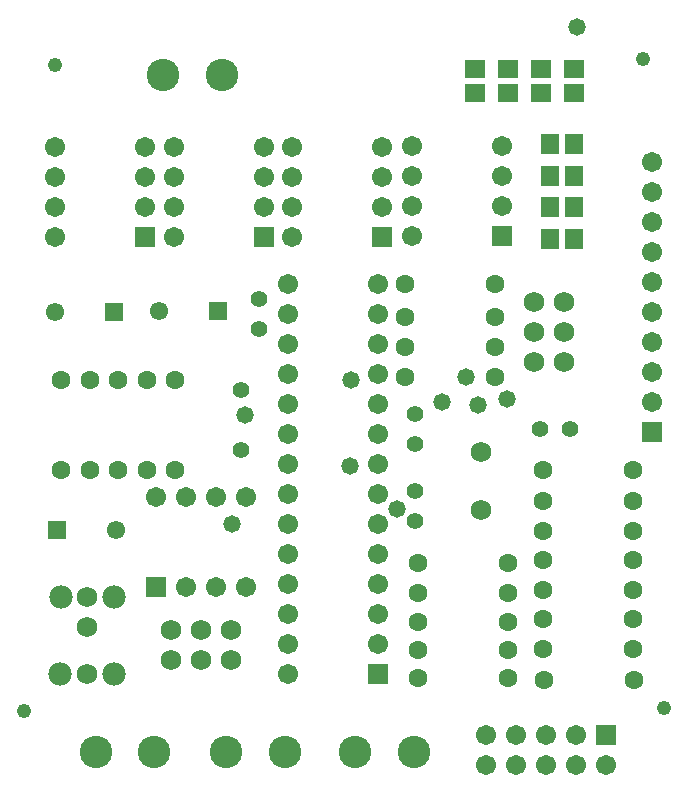
<source format=gts>
%FSTAX23Y23*%
%MOIN*%
%SFA1B1*%

%IPPOS*%
%ADD28R,0.067100X0.063100*%
%ADD29R,0.063100X0.067100*%
%ADD30C,0.055200*%
%ADD31C,0.048000*%
%ADD32C,0.067100*%
%ADD33R,0.067100X0.067100*%
%ADD34C,0.108000*%
%ADD35R,0.067100X0.067100*%
%ADD36C,0.061200*%
%ADD37R,0.061200X0.061200*%
%ADD38C,0.063100*%
%ADD39C,0.068000*%
%ADD40C,0.078000*%
%ADD41C,0.058000*%
%LNaudio_adc-1*%
%LPD*%
G54D28*
X02595Y03429D03*
Y0335D03*
X02705Y03429D03*
Y0335D03*
X02815D03*
Y03429D03*
X02485Y03429D03*
Y0335D03*
G54D29*
X02814Y0318D03*
X02735D03*
X02814Y03075D03*
X02735D03*
X02814Y0297D03*
X02735D03*
X02814Y02865D03*
X02735D03*
G54D30*
X01705Y0236D03*
Y0216D03*
X01765Y02565D03*
Y02665D03*
X02285Y02025D03*
Y01925D03*
Y0228D03*
Y0218D03*
X027Y0223D03*
X028D03*
G54D31*
X03115Y013D03*
X0098Y0129D03*
X01085Y03445D03*
X03045Y03465D03*
G54D32*
X01085Y0317D03*
Y0307D03*
Y0297D03*
Y0287D03*
X01385Y0317D03*
Y0307D03*
Y0297D03*
X03075Y0242D03*
Y0312D03*
Y0302D03*
Y0292D03*
Y0282D03*
Y0272D03*
Y0262D03*
Y0252D03*
Y0232D03*
X0172Y02005D03*
X0162D03*
X0152D03*
X0142D03*
X0172Y01705D03*
X0162D03*
X0152D03*
X01875Y0317D03*
Y0307D03*
Y0297D03*
Y0287D03*
X02175Y0317D03*
Y0307D03*
Y0297D03*
X02275Y03175D03*
Y03075D03*
Y02975D03*
Y02875D03*
X02575Y03175D03*
Y03075D03*
Y02975D03*
X0148Y0317D03*
Y0307D03*
Y0297D03*
Y0287D03*
X0178Y0317D03*
Y0307D03*
Y0297D03*
X0216Y01515D03*
Y01615D03*
Y01715D03*
Y01815D03*
Y01915D03*
Y02015D03*
Y02115D03*
Y02215D03*
Y02315D03*
Y02415D03*
Y02515D03*
Y02615D03*
Y02715D03*
X0186Y01415D03*
Y01515D03*
Y01615D03*
Y01715D03*
Y01815D03*
Y01915D03*
Y02015D03*
Y02115D03*
Y02215D03*
Y02315D03*
Y02415D03*
Y02515D03*
Y02615D03*
Y02715D03*
X0292Y0111D03*
X0282Y0121D03*
Y0111D03*
X0272Y0121D03*
Y0111D03*
X0262Y0121D03*
Y0111D03*
X0252Y0121D03*
Y0111D03*
G54D33*
X01385Y0287D03*
X02175D03*
X02575Y02875D03*
X0178Y0287D03*
X0216Y01415D03*
X0292Y0121D03*
G54D34*
X01445Y0341D03*
X0164D03*
X0228Y01155D03*
X02085D03*
X0185D03*
X01655D03*
X01415D03*
X0122D03*
G54D35*
X03075Y0222D03*
X0142Y01705D03*
G54D36*
X01086Y0262D03*
X01288Y01895D03*
X01431Y02625D03*
G54D37*
X01283Y0262D03*
X01091Y01895D03*
X01628Y02625D03*
G54D38*
X01105Y02095D03*
Y02395D03*
X012D03*
Y02095D03*
X01295D03*
Y02395D03*
X02295Y01685D03*
X02595D03*
X02295Y01783D03*
X02595D03*
X0225Y02405D03*
X0255D03*
Y02504D03*
X0225D03*
Y02602D03*
X0255D03*
X0301Y01695D03*
X0271D03*
X0301Y01793D03*
X0271D03*
Y01891D03*
X0301D03*
Y0199D03*
X0271D03*
X0301Y02095D03*
X0271D03*
X01485D03*
Y02395D03*
X0139D03*
Y02095D03*
X02295Y014D03*
X02595D03*
X02295Y01495D03*
X02595D03*
X02295Y01586D03*
X02595D03*
X03015Y01395D03*
X02715D03*
X0301Y01498D03*
X0271D03*
X0301Y01596D03*
X0271D03*
X0255Y02715D03*
X0225D03*
G54D39*
X0268Y02455D03*
X0278D03*
Y02555D03*
X0268D03*
X0278Y02655D03*
X0268D03*
X0167Y0146D03*
Y0156D03*
X0157D03*
Y0146D03*
X0147Y0156D03*
Y0146D03*
X02505Y0196D03*
Y02155D03*
X0119Y0157D03*
Y0167D03*
Y01415D03*
G54D40*
X0128Y01415D03*
X01105Y0167D03*
X0128D03*
X011Y01415D03*
G54D41*
X02455Y02405D03*
X01718Y02278D03*
X02225Y01965D03*
X0207Y02395D03*
X01675Y01915D03*
X02067Y02108D03*
X02825Y0357D03*
X02495Y0231D03*
X02375Y02321D03*
X02592Y0233D03*
M02*
</source>
